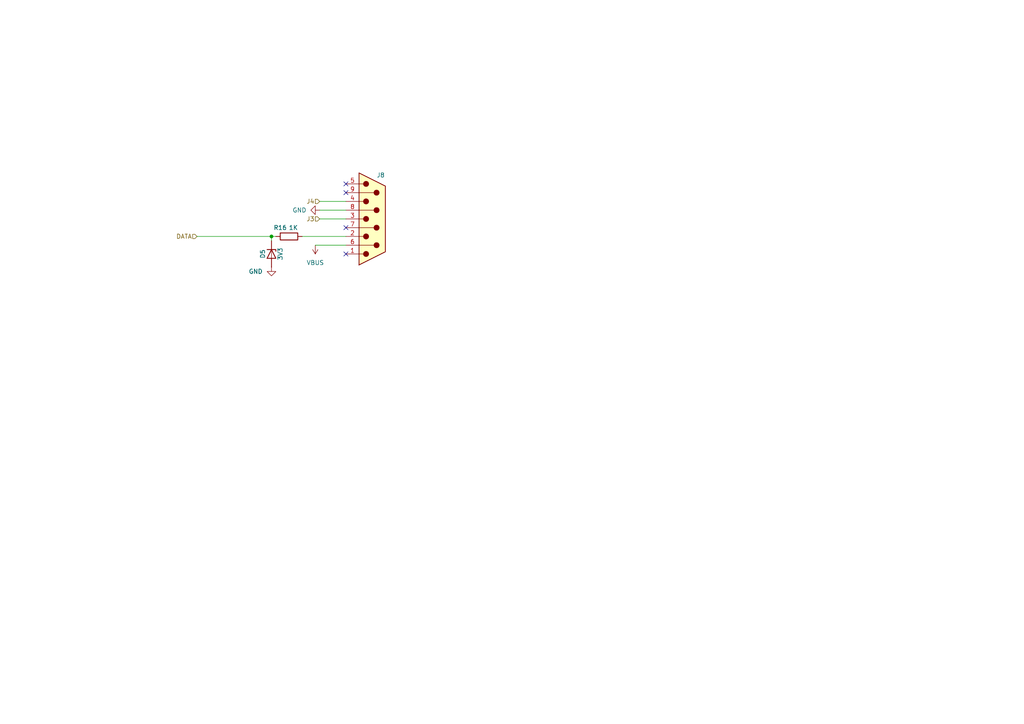
<source format=kicad_sch>
(kicad_sch (version 20250114) (generator "eeschema") (generator_version "9.0")
  (paper "A4")
  (title_block (title "TurboFRANK") (date "2025-03-19") (rev "1.04") (company "Mikhail Matveev") (comment 1 "https://github.com/xtremespb/frank"))
  (lib_symbols
    (symbol "Device:D_Zener" (pin_numbers (hide yes)) (pin_names (offset 1.016) (hide yes))
      (property "Reference" "D" (at 0 2.54 0))
      (property "Value" "D_Zener" (at 0 -2.54 0))
      (symbol "D_Zener_0_1"
        (polyline (pts (xy -1.27 -1.27) (xy -1.27 1.27) (xy -0.762 1.27)) (stroke (width 0.254)))
        (polyline (pts (xy 1.27 0) (xy -1.27 0)))
        (polyline (pts (xy 1.27 -1.27) (xy 1.27 1.27) (xy -1.27 0) (xy 1.27 -1.27)) (stroke (width 0.254)))
      )
      (symbol "D_Zener_1_1"
        (pin passive line (at -3.81 0 0) (length 2.54) (name "K") (number "1"))
        (pin passive line (at 3.81 0 180) (length 2.54) (name "A") (number "2"))
      )
    )
    (symbol "Device:R" (pin_numbers (hide yes)) (pin_names (offset 0))
      (property "Reference" "R" (at 2.032 0 90))
      (property "Value" "R" (at 0 0 90))
      (symbol "R_0_1"
        (rectangle (start -1.016 -2.54) (end 1.016 2.54) (stroke (width 0.254)))
      )
      (symbol "R_1_1"
        (pin passive line (at 0 3.81 270) (length 1.27) (name "~") (number "1"))
        (pin passive line (at 0 -3.81 90) (length 1.27) (name "~") (number "2"))
      )
    )
    (symbol "FRANK:DB9_Male_Small" (pin_names (offset 1.016) (hide yes))
      (property "Reference" "JOY1" (at 1.27 12.7 0))
      (symbol "DB9_Male_Small_0_1"
        (polyline (pts (xy -3.81 10.16) (xy -2.54 10.16)))
        (polyline (pts (xy -3.81 7.62) (xy 0.508 7.62)))
        (polyline (pts (xy -3.81 5.08) (xy -2.54 5.08)))
        (polyline (pts (xy -3.81 2.54) (xy 0.508 2.54)))
        (polyline (pts (xy -3.81 0) (xy -2.54 0)))
        (polyline (pts (xy -3.81 -2.54) (xy 0.508 -2.54)))
        (polyline (pts (xy -3.81 -5.08) (xy -2.54 -5.08)))
        (polyline (pts (xy -3.81 -7.62) (xy 0.508 -7.62)))
        (polyline (pts (xy -3.81 -10.16) (xy -2.54 -10.16)))
        (polyline (pts (xy -3.81 -13.335) (xy -3.81 13.335) (xy 3.81 9.525) (xy 3.81 -9.525) (xy -3.81 -13.335)) (stroke (width 0.254)) (fill (type background)))
        (circle (center -1.778 10.16) (radius 0.762) (fill (type outline)))
        (circle (center -1.778 5.08) (radius 0.762) (fill (type outline)))
        (circle (center -1.778 0) (radius 0.762) (fill (type outline)))
        (circle (center -1.778 -5.08) (radius 0.762) (fill (type outline)))
        (circle (center -1.778 -10.16) (radius 0.762) (fill (type outline)))
        (circle (center 1.27 7.62) (radius 0.762) (fill (type outline)))
        (circle (center 1.27 2.54) (radius 0.762) (fill (type outline)))
        (circle (center 1.27 -2.54) (radius 0.762) (fill (type outline)))
        (circle (center 1.27 -7.62) (radius 0.762) (fill (type outline)))
      )
      (symbol "DB9_Male_Small_1_1"
        (pin passive line (at -7.62 10.16 0) (length 3.81) (name "5") (number "5"))
        (pin passive line (at -7.62 7.62 0) (length 3.81) (name "9") (number "9"))
        (pin passive line (at -7.62 5.08 0) (length 3.81) (name "4") (number "4"))
        (pin passive line (at -7.62 2.54 0) (length 3.81) (name "8") (number "8"))
        (pin passive line (at -7.62 0 0) (length 3.81) (name "3") (number "3"))
        (pin passive line (at -7.62 -2.54 0) (length 3.81) (name "7") (number "7"))
        (pin passive line (at -7.62 -5.08 0) (length 3.81) (name "2") (number "2"))
        (pin passive line (at -7.62 -7.62 0) (length 3.81) (name "6") (number "6"))
        (pin passive line (at -7.62 -10.16 0) (length 3.81) (name "1") (number "1"))
      )
    )
    (symbol "GND_1" (power) (pin_numbers (hide yes)) (pin_names (offset 0) (hide yes))
      (property "Value" "GND" (at 0 -3.81 0))
      (symbol "GND_1_0_1"
        (polyline (pts (xy 0 0) (xy 0 -1.27) (xy 1.27 -1.27) (xy 0 -2.54) (xy -1.27 -1.27) (xy 0 -1.27)))
      )
      (symbol "GND_1_1_1"
        (pin power_in line (at 0 0 270) (length 0) (name "~") (number "1"))
      )
    )
    (symbol "power:GND" (power) (pin_numbers (hide yes)) (pin_names (offset 0) (hide yes))
      (property "Value" "GND" (at 0 -3.81 0))
      (symbol "GND_0_1"
        (polyline (pts (xy 0 0) (xy 0 -1.27) (xy 1.27 -1.27) (xy 0 -2.54) (xy -1.27 -1.27) (xy 0 -1.27)))
      )
      (symbol "GND_1_1"
        (pin power_in line (at 0 0 270) (length 0) (name "~") (number "1"))
      )
    )
    (symbol "power:VBUS" (power) (pin_numbers (hide yes)) (pin_names (offset 0) (hide yes))
      (property "Value" "VBUS" (at 0 3.556 0))
      (symbol "VBUS_0_1"
        (polyline (pts (xy -0.762 1.27) (xy 0 2.54)))
        (polyline (pts (xy 0 2.54) (xy 0.762 1.27)))
        (polyline (pts (xy 0 0) (xy 0 2.54)))
      )
      (symbol "VBUS_1_1"
        (pin power_in line (at 0 0 90) (length 0) (name "~") (number "1"))
      )
    )
  )
  (junction (at 78.74 68.58))
  (no_connect (at 100.33 55.88))
  (no_connect (at 100.33 53.34))
  (no_connect (at 100.33 66.04))
  (no_connect (at 100.33 73.66))
  (wire (pts (xy 92.71 63.5) (xy 100.33 63.5)))
  (wire (pts (xy 92.71 58.42) (xy 100.33 58.42)))
  (wire (pts (xy 91.44 71.12) (xy 100.33 71.12)))
  (wire (pts (xy 78.74 68.58) (xy 78.74 69.85)))
  (wire (pts (xy 57.15 68.58) (xy 78.74 68.58)))
  (wire (pts (xy 80.01 68.58) (xy 78.74 68.58)))
  (wire (pts (xy 92.71 60.96) (xy 100.33 60.96)))
  (wire (pts (xy 87.63 68.58) (xy 100.33 68.58)))
  (hierarchical_label "J4" (shape input) (at 92.71 58.42 180))
  (hierarchical_label "J3" (shape input) (at 92.71 63.5 180))
  (hierarchical_label "DATA" (shape input) (at 57.15 68.58 180))
  (symbol (lib_id "power:GND") (at 78.74 77.47 0) (unit 1)
    (property "Reference" "#PWR038" (effects (hide yes)))
    (property "Value" "GND" (at 76.2 78.74 0) (effects (justify right)))
    (property "Description" "Power symbol creates a global label with name \"GND\" , ground" (effects (hide yes)))
    (instances (project "" (path "" (reference "#PWR038") (unit 1)) (path "" (reference "#PWR041") (unit 1))))
  )
  (symbol (lib_id "Device:D_Zener") (at 78.74 73.66 270) (unit 1)
    (property "Reference" "D5" (at 76.2 73.66 0))
    (property "Value" "3V3" (at 81.28 73.66 0))
    (property "Footprint" "FRANK:Diode (SOD-323)" (effects (hide yes)))
    (property "Datasheet" "https://www.vishay.com/docs/83335/bzx384g.pdf" (effects (hide yes)))
    (property "AliExpress" "https://www.aliexpress.com/item/1005006143480992.html" (effects (hide yes)))
    (instances (project "" (path "" (reference "D5") (unit 1)) (path "" (reference "D6") (unit 1))))
  )
  (symbol (lib_id "power:VBUS") (at 91.44 71.12 180) (unit 1)
    (property "Reference" "#PWR037" (effects (hide yes)))
    (property "Value" "VBUS" (at 91.44 76.2 0))
    (property "Description" "Power symbol creates a global label with name \"VBUS\"" (effects (hide yes)))
    (instances (project "" (path "" (reference "#PWR037") (unit 1)) (path "" (reference "#PWR040") (unit 1))))
  )
  (symbol (lib_id "FRANK:DB9_Male_Small") (at 107.95 63.5 0) (unit 1)
    (property "Reference" "J8" (at 109.22 50.8 0) (effects (justify left)))
    (property "Value" "D-SUB 9 Male" (effects (hide yes)))
    (property "Footprint" "FRANK:D-SUB (9 pin, male, top mount)" (effects (hide yes)))
    (property "Datasheet" "https://eu.mouser.com/datasheet/2/578/original-3313093.pdf" (effects (hide yes)))
    (property "AliExpress" "https://www.aliexpress.com/item/4001214300548.html" (effects (hide yes)))
    (instances (project "" (path "" (reference "J8") (unit 1)) (path "" (reference "J9") (unit 1))))
  )
  (symbol (lib_name "GND_1") (lib_id "power:GND") (at 92.71 60.96 270) (unit 1)
    (property "Reference" "#PWR036" (effects (hide yes)))
    (property "Value" "GND" (at 88.9 60.9599 90) (effects (justify right)))
    (property "Description" "Power symbol creates a global label with name \"GND\" , ground" (effects (hide yes)))
    (instances (project "" (path "" (reference "#PWR036") (unit 1)) (path "" (reference "#PWR039") (unit 1))))
  )
  (symbol (lib_id "Device:R") (at 83.82 68.58 90) (unit 1)
    (property "Reference" "R16" (at 81.28 66.04 90))
    (property "Value" "1K" (at 85.09 66.04 90))
    (property "Footprint" "FRANK:Resistor (0805)" (effects (hide yes)))
    (property "Datasheet" "https://www.vishay.com/docs/28952/mcs0402at-mct0603at-mcu0805at-mca1206at.pdf" (effects (hide yes)))
    (property "AliExpress" "https://www.aliexpress.com/item/1005005945735199.html" (effects (hide yes)))
    (instances (project "" (path "" (reference "R16") (unit 1)) (path "" (reference "R17") (unit 1))))
  )
)
</source>
